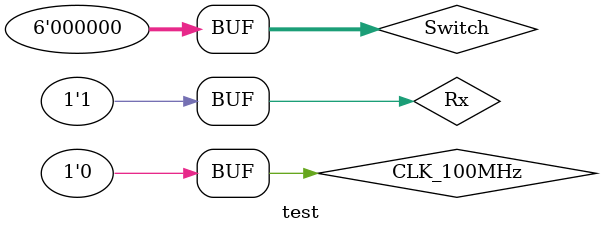
<source format=v>
`timescale 1ns / 1ps


module test;

	// Inputs
	reg CLK_100MHz;
	reg [5:0] Switch;
	reg Rx;

	// Outputs
	wire Tx;
	wire [0:7] LED;
	wire [7:0] SevenSegment;
	wire [2:0] SevenSegmentEnable;

	// Instantiate the Unit Under Test (UUT)
	uart_demo uut (
		.CLK_100MHz(CLK_100MHz), 
		.Switch(Switch), 
		.Rx(Rx), 
		.Tx(Tx), 
		.LED(LED), 
		.SevenSegment(SevenSegment), 
		.SevenSegmentEnable(SevenSegmentEnable)
	);

	initial begin
		// Initialize Inputs
		CLK_100MHz = 0;
		Switch = 0;
		Rx = 0;

		// Wait 100 ns for global reset to finish
		#100;
        
		// Add stimulus here
		#60 Rx = 1;

	end
	
	initial begin
		$monitor("rx = %d", Rx);
	end
      
endmodule


</source>
